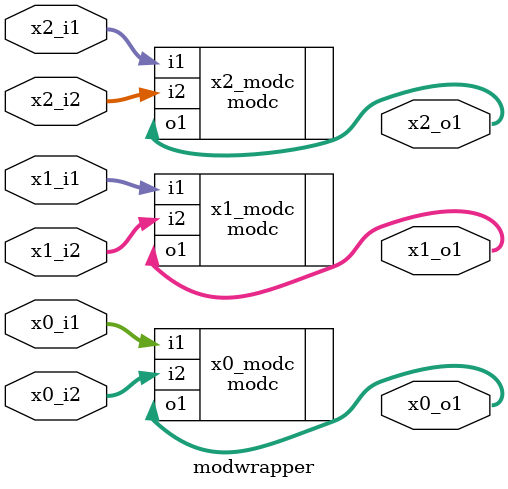
<source format=sv>
module modwrapper (
  x0_i1, 
  x0_i2, 
  x0_o1, 
  x1_i1, 
  x1_i2, 
  x1_o1, 
  x2_i1, 
  x2_i2, 
  x2_o1);

parameter SETA = 8;
parameter SETB = 9;

input   [1   :0]  x0_i1;
input   [4   :0]  x0_i2;
output  [6   :0]  x0_o1;
input   [SETA - 1:0]  x1_i1;
input   [SETB - 1:0]  x1_i2;
output  [SETA + SETB - 1:0]  x1_o1;
input   [SETA - 1:0]  x2_i1;
input   [4   :0]  x2_i2;
output  [10  :0]  x2_o1;

logic   [1   :0]  x0_i1;
logic   [4   :0]  x0_i2;
logic   [6   :0]  x0_o1;
logic   [SETA - 1:0]  x1_i1;
logic   [SETB - 1:0]  x1_i2;
logic   [SETA + SETB - 1:0]  x1_o1;
logic   [SETA - 1:0]  x2_i1;
logic   [4   :0]  x2_i2;
logic   [10  :0]  x2_o1;

modc #(
       .A( 2 ),
       .B( 5 ),
       .C( 2 + 5 )	 
      ) x0_modc (
                 .i1 (x0_i1),
                 .i2 (x0_i2),
                 .o1 (x0_o1)
                );

modc #(
       .A( SETA ),
       .B( SETB ),
       .C( SETA + SETB )	 
      ) x1_modc (
                 .i1 (x1_i1),
                 .i2 (x1_i2),
                 .o1 (x1_o1)
                );

modc #(
       .A( SETA ),
       .B( 5 ),
       .C( SETA + 5 )	 
      ) x2_modc (
                 .i1 (x2_i1),
                 .i2 (x2_i2),
                 .o1 (x2_o1[10:0])
                );

endmodule

</source>
